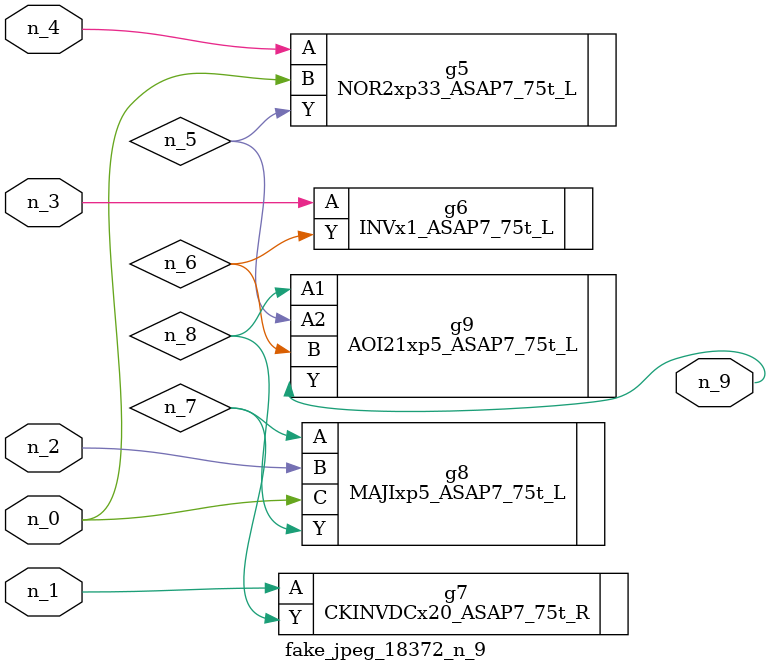
<source format=v>
module fake_jpeg_18372_n_9 (n_3, n_2, n_1, n_0, n_4, n_9);

input n_3;
input n_2;
input n_1;
input n_0;
input n_4;

output n_9;

wire n_8;
wire n_6;
wire n_5;
wire n_7;

NOR2xp33_ASAP7_75t_L g5 ( 
.A(n_4),
.B(n_0),
.Y(n_5)
);

INVx1_ASAP7_75t_L g6 ( 
.A(n_3),
.Y(n_6)
);

CKINVDCx20_ASAP7_75t_R g7 ( 
.A(n_1),
.Y(n_7)
);

MAJIxp5_ASAP7_75t_L g8 ( 
.A(n_7),
.B(n_2),
.C(n_0),
.Y(n_8)
);

AOI21xp5_ASAP7_75t_L g9 ( 
.A1(n_8),
.A2(n_5),
.B(n_6),
.Y(n_9)
);


endmodule
</source>
